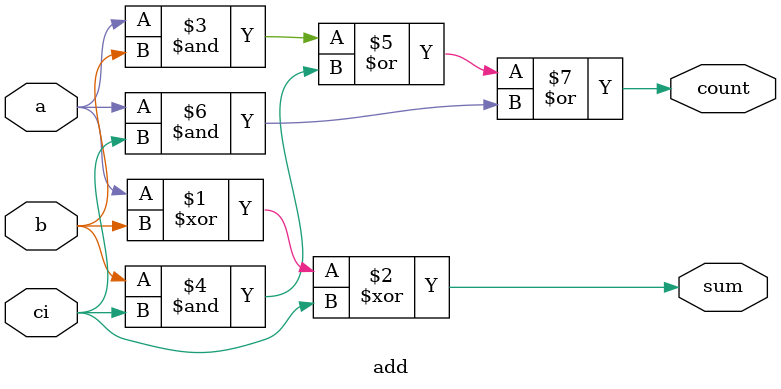
<source format=v>
`timescale 1ns / 1ps
module FullAdder (
    a,
    b,
    ci,
    sum,
    co,
    overflow  //ÅÐ¶ÏÒç³ö
);
  // ÊäÈë²ÎÊý£¬aºÍbÊÇ4Î»¶þ½øÖÆÊý£¬ciÊÇ½øÎ»ÊäÈë
  input [3:0] a;
  input [3:0] b;
  input ci;

  // Êä³ö²ÎÊý£¬sumÊÇ4Î»¶þ½øÖÆÊý£¬coÊÇ½øÎ»Êä³ö
  output [3:0] sum;
  output co;
  output overflow;

  // ÄÚ²¿Ïß£¬ÓÃÓÚ´æ´¢Ã¿Ò»Î»µÄ½øÎ»
  wire [3:0] count;

  // Ê¹ÓÃËÄ¸öaddÄ£¿éÀ´ÊµÏÖÃ¿Ò»Î»µÄ¼Ó·¨¡£²ÎÊýÊÇa£¬b£¬½øÎ»ÊäÈë£¬ºÍ£¬½øÎ»Êä³ö
  add u0 (
      a[0],
      b[0],
      ci,
      sum[0],
      count[0]
  );
  add u1 (
      a[1],
      b[1],
      count[0],
      sum[1],
      count[1]
  );
  add u2 (
      a[2],
      b[2],
      count[1],
      sum[2],
      count[2]
  );
  add u3 (
      a[3],
      b[3],
      count[2],
      sum[3],
      count[3]
  );

  // ½«×îºóÒ»Î»µÄ½øÎ»Öµ¸³¸øco
  assign co = count[3];
  // ¼ÆËãÊÇ·ñ·¢ÉúÒç³ö
  assign overflow = (~a[3] & ~b[3] & sum[3]) | (a[3] & b[3] & ~sum[3]);
endmodule

// ¼Ó·¨Ä£¿é
module add (
    input  a,
    input  b,
    input  ci,
    output sum,
    output count
);
  // ¼ÆËãºÍ£¬¼´Ò»Î»µÄ¼Ó·¨
  assign sum   = (a ^ b) ^ ci;

  // ¼ÆËã½øÎ»£¬¼´Ò»Î»µÄ½øÎ»
  assign count = (a & b) | (b & ci) | (a & ci);  //µÈÐ§±í´ïÊ½Îª((a^b)&ci) or (a&b)
endmodule
</source>
